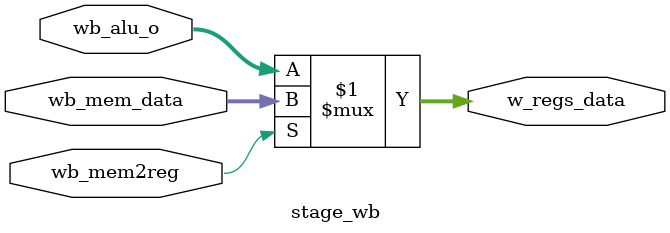
<source format=v>
module stage_wb(
    input  wire[31:0]  wb_mem_data,
    input  wire[31:0]  wb_alu_o,
    input  wire        wb_mem2reg,
    output wire[31:0]  w_regs_data
);

assign w_regs_data = wb_mem2reg ? wb_mem_data : wb_alu_o;

endmodule

</source>
